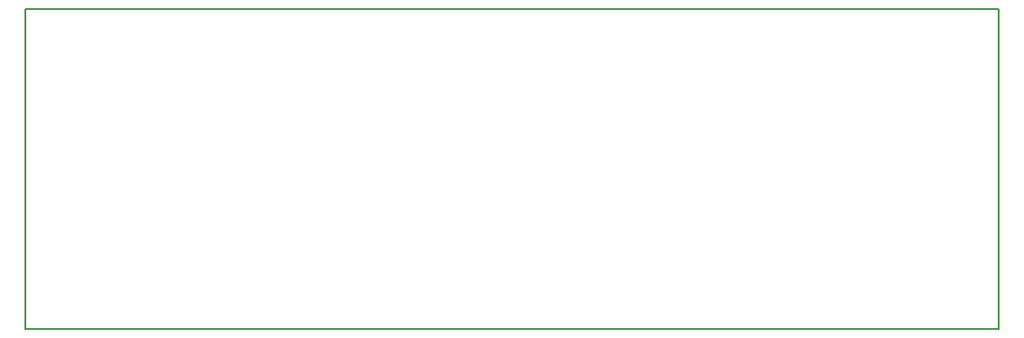
<source format=gbo>
G04 MADE WITH FRITZING*
G04 WWW.FRITZING.ORG*
G04 SINGLE SIDED*
G04 HOLES NOT PLATED*
G04 CONTOUR ON CENTER OF CONTOUR VECTOR*
%ASAXBY*%
%FSLAX23Y23*%
%MOIN*%
%OFA0B0*%
%SFA1.0B1.0*%
%ADD10R,3.592640X1.187670X3.576640X1.171670*%
%ADD11C,0.008000*%
%LNSILK0*%
G90*
G70*
G54D11*
X4Y1184D02*
X3589Y1184D01*
X3589Y4D01*
X4Y4D01*
X4Y1184D01*
D02*
G04 End of Silk0*
M02*
</source>
